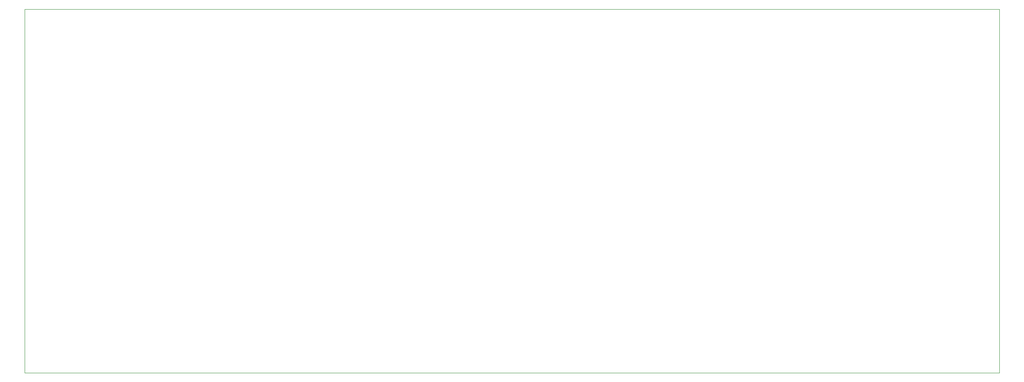
<source format=gbr>
%TF.GenerationSoftware,KiCad,Pcbnew,(5.1.9)-1*%
%TF.CreationDate,2022-03-08T15:51:05-05:00*%
%TF.ProjectId,Front Dash,46726f6e-7420-4446-9173-682e6b696361,rev?*%
%TF.SameCoordinates,Original*%
%TF.FileFunction,Profile,NP*%
%FSLAX46Y46*%
G04 Gerber Fmt 4.6, Leading zero omitted, Abs format (unit mm)*
G04 Created by KiCad (PCBNEW (5.1.9)-1) date 2022-03-08 15:51:05*
%MOMM*%
%LPD*%
G01*
G04 APERTURE LIST*
%TA.AperFunction,Profile*%
%ADD10C,0.050000*%
%TD*%
G04 APERTURE END LIST*
D10*
X248920000Y-33020000D02*
X248920000Y-34925000D01*
X51435000Y-33020000D02*
X248920000Y-33020000D01*
X51435000Y-34925000D02*
X51435000Y-33020000D01*
X248920000Y-34925000D02*
X248920000Y-106680000D01*
X51435000Y-106680000D02*
X51435000Y-34925000D01*
X248920000Y-106680000D02*
X51435000Y-106680000D01*
M02*

</source>
